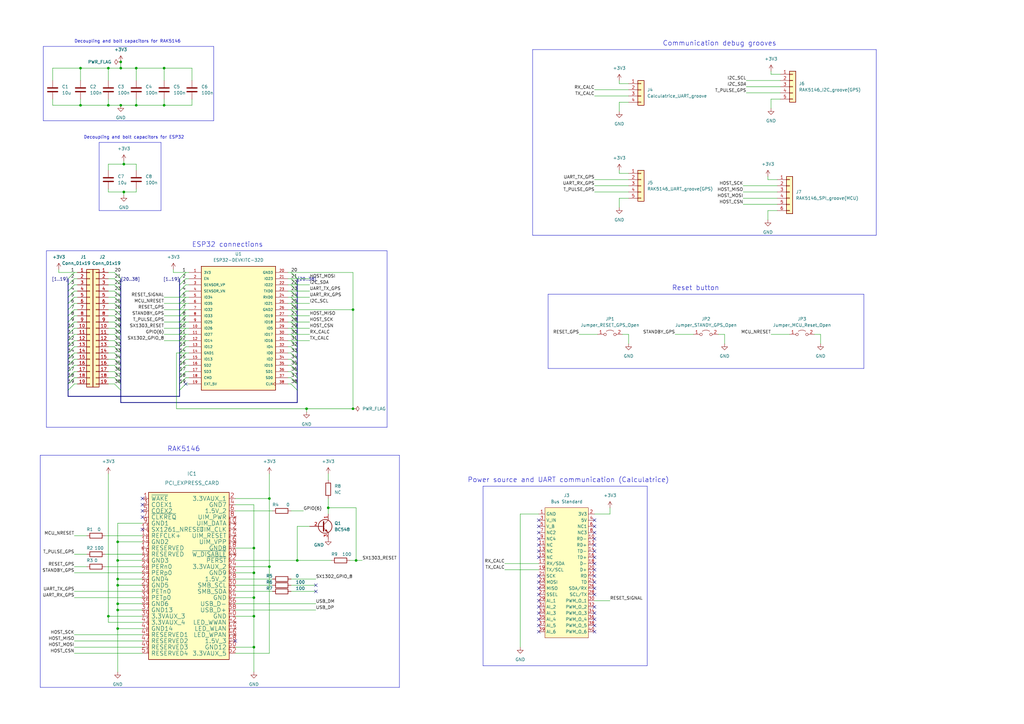
<source format=kicad_sch>
(kicad_sch (version 20230121) (generator eeschema)
  (paper "A3")
  (junction (at 125.73 167.64))
  (junction (at 50.8 78.74))
  (junction (at 146.05 229.87))
  (junction (at 121.92 229.87))
  (junction (at 49.53 43.18))
  (junction (at 48.26 257.81))
  (junction (at 33.02 43.18))
  (junction (at 104.14 265.43))
  (junction (at 104.14 245.11))
  (junction (at 134.62 208.28))
  (junction (at 104.14 224.79))
  (junction (at 33.02 27.94))
  (junction (at 44.45 252.73))
  (junction (at 44.45 27.94))
  (junction (at 49.53 25.4))
  (junction (at 110.49 232.41))
  (junction (at 48.26 247.65))
  (junction (at 67.31 43.18))
  (junction (at 48.26 229.87))
  (junction (at 48.26 240.03))
  (junction (at 104.14 234.95))
  (junction (at 104.14 252.73))
  (junction (at 110.49 204.47))
  (junction (at 48.26 237.49))
  (junction (at 48.26 250.19))
  (junction (at 50.8 67.31))
  (junction (at 144.78 167.64))
  (junction (at 55.88 43.18))
  (junction (at 55.88 27.94))
  (junction (at 48.26 222.25))
  (junction (at 67.31 27.94))
  (junction (at 49.53 27.94))
  (junction (at 44.45 43.18))
  (junction (at 144.78 127))
  (no_connect (at 129.54 242.57))
  (no_connect (at 243.84 223.52))
  (no_connect (at 243.84 226.06))
  (no_connect (at 243.84 231.14))
  (no_connect (at 243.84 228.6))
  (no_connect (at 243.84 238.76))
  (no_connect (at 243.84 215.9))
  (no_connect (at 243.84 218.44))
  (no_connect (at 243.84 213.36))
  (no_connect (at 243.84 220.98))
  (no_connect (at 243.84 236.22))
  (no_connect (at 243.84 243.84))
  (no_connect (at 243.84 233.68))
  (no_connect (at 243.84 259.08))
  (no_connect (at 243.84 256.54))
  (no_connect (at 243.84 248.92))
  (no_connect (at 243.84 251.46))
  (no_connect (at 243.84 254))
  (no_connect (at 220.98 259.08))
  (no_connect (at 220.98 254))
  (no_connect (at 220.98 256.54))
  (no_connect (at 243.84 241.3))
  (no_connect (at 58.42 212.09))
  (no_connect (at 58.42 204.47))
  (no_connect (at 58.42 207.01))
  (no_connect (at 58.42 209.55))
  (no_connect (at 58.42 217.17))
  (no_connect (at 220.98 226.06))
  (no_connect (at 220.98 228.6))
  (no_connect (at 220.98 213.36))
  (no_connect (at 220.98 215.9))
  (no_connect (at 220.98 220.98))
  (no_connect (at 220.98 218.44))
  (no_connect (at 220.98 223.52))
  (no_connect (at 220.98 251.46))
  (no_connect (at 220.98 248.92))
  (no_connect (at 220.98 243.84))
  (no_connect (at 220.98 238.76))
  (no_connect (at 220.98 241.3))
  (no_connect (at 220.98 236.22))
  (no_connect (at 220.98 246.38))
  (no_connect (at 96.52 262.89))
  (no_connect (at 76.2 157.48))
  (no_connect (at 129.54 240.03))
  (bus_entry (at 121.92 154.94) (size -2.54 -2.54))
  (bus_entry (at 73.66 147.32) (size 2.54 -2.54))
  (bus_entry (at 73.66 144.78) (size 2.54 -2.54))
  (bus_entry (at 27.94 149.86) (size 2.54 -2.54))
  (bus_entry (at 73.66 160.02) (size 2.54 -2.54))
  (bus_entry (at 121.92 149.86) (size -2.54 -2.54))
  (bus_entry (at 73.66 137.16) (size 2.54 -2.54))
  (bus_entry (at 121.92 124.46) (size -2.54 -2.54))
  (bus_entry (at 121.92 121.92) (size -2.54 -2.54))
  (bus_entry (at 27.94 137.16) (size 2.54 -2.54))
  (bus_entry (at 27.94 139.7) (size 2.54 -2.54))
  (bus_entry (at 49.53 129.54) (size -2.54 -2.54))
  (bus_entry (at 27.94 127) (size 2.54 -2.54))
  (bus_entry (at 49.53 119.38) (size -2.54 -2.54))
  (bus_entry (at 121.92 142.24) (size -2.54 -2.54))
  (bus_entry (at 121.92 147.32) (size -2.54 -2.54))
  (bus_entry (at 121.92 139.7) (size -2.54 -2.54))
  (bus_entry (at 49.53 149.86) (size -2.54 -2.54))
  (bus_entry (at 73.66 134.62) (size 2.54 -2.54))
  (bus_entry (at 27.94 114.3) (size 2.54 -2.54))
  (bus_entry (at 27.94 119.38) (size 2.54 -2.54))
  (bus_entry (at 27.94 116.84) (size 2.54 -2.54))
  (bus_entry (at 49.53 114.3) (size -2.54 -2.54))
  (bus_entry (at 121.92 127) (size -2.54 -2.54))
  (bus_entry (at 121.92 129.54) (size -2.54 -2.54))
  (bus_entry (at 73.66 132.08) (size 2.54 -2.54))
  (bus_entry (at 27.94 121.92) (size 2.54 -2.54))
  (bus_entry (at 49.53 127) (size -2.54 -2.54))
  (bus_entry (at 27.94 160.02) (size 2.54 -2.54))
  (bus_entry (at 49.53 152.4) (size -2.54 -2.54))
  (bus_entry (at 121.92 116.84) (size -2.54 -2.54))
  (bus_entry (at 27.94 142.24) (size 2.54 -2.54))
  (bus_entry (at 73.66 154.94) (size 2.54 -2.54))
  (bus_entry (at 27.94 152.4) (size 2.54 -2.54))
  (bus_entry (at 49.53 139.7) (size -2.54 -2.54))
  (bus_entry (at 121.92 119.38) (size -2.54 -2.54))
  (bus_entry (at 49.53 137.16) (size -2.54 -2.54))
  (bus_entry (at 49.53 160.02) (size -2.54 -2.54))
  (bus_entry (at 27.94 124.46) (size 2.54 -2.54))
  (bus_entry (at 49.53 147.32) (size -2.54 -2.54))
  (bus_entry (at 73.66 129.54) (size 2.54 -2.54))
  (bus_entry (at 121.92 134.62) (size -2.54 -2.54))
  (bus_entry (at 73.66 116.84) (size 2.54 -2.54))
  (bus_entry (at 73.66 142.24) (size 2.54 -2.54))
  (bus_entry (at 49.53 132.08) (size -2.54 -2.54))
  (bus_entry (at 27.94 154.94) (size 2.54 -2.54))
  (bus_entry (at 73.66 152.4) (size 2.54 -2.54))
  (bus_entry (at 121.92 157.48) (size -2.54 -2.54))
  (bus_entry (at 121.92 137.16) (size -2.54 -2.54))
  (bus_entry (at 27.94 129.54) (size 2.54 -2.54))
  (bus_entry (at 73.66 139.7) (size 2.54 -2.54))
  (bus_entry (at 121.92 132.08) (size -2.54 -2.54))
  (bus_entry (at 27.94 147.32) (size 2.54 -2.54))
  (bus_entry (at 27.94 132.08) (size 2.54 -2.54))
  (bus_entry (at 49.53 121.92) (size -2.54 -2.54))
  (bus_entry (at 49.53 142.24) (size -2.54 -2.54))
  (bus_entry (at 73.66 121.92) (size 2.54 -2.54))
  (bus_entry (at 73.66 114.3) (size 2.54 -2.54))
  (bus_entry (at 121.92 144.78) (size -2.54 -2.54))
  (bus_entry (at 73.66 119.38) (size 2.54 -2.54))
  (bus_entry (at 73.66 157.48) (size 2.54 -2.54))
  (bus_entry (at 121.92 152.4) (size -2.54 -2.54))
  (bus_entry (at 27.94 134.62) (size 2.54 -2.54))
  (bus_entry (at 27.94 144.78) (size 2.54 -2.54))
  (bus_entry (at 27.94 157.48) (size 2.54 -2.54))
  (bus_entry (at 49.53 134.62) (size -2.54 -2.54))
  (bus_entry (at 49.53 116.84) (size -2.54 -2.54))
  (bus_entry (at 121.92 114.3) (size -2.54 -2.54))
  (bus_entry (at 49.53 144.78) (size -2.54 -2.54))
  (bus_entry (at 49.53 124.46) (size -2.54 -2.54))
  (bus_entry (at 49.53 157.48) (size -2.54 -2.54))
  (bus_entry (at 121.92 160.02) (size -2.54 -2.54))
  (bus_entry (at 73.66 127) (size 2.54 -2.54))
  (bus_entry (at 73.66 124.46) (size 2.54 -2.54))
  (bus_entry (at 49.53 154.94) (size -2.54 -2.54))
  (bus_entry (at 73.66 149.86) (size 2.54 -2.54))
  (bus (pts (xy 121.92 144.78) (xy 121.92 147.32)))
  (wire (pts (xy 67.31 124.46) (xy 73.66 124.46)))
  (polyline (pts (xy 224.79 120.65) (xy 354.33 120.65)))
  (wire (pts (xy 110.49 194.31) (xy 110.49 204.47)))
  (wire (pts (xy 118.11 134.62) (xy 119.38 134.62)))
  (wire (pts (xy 118.11 152.4) (xy 119.38 152.4)))
  (wire (pts (xy 118.11 127) (xy 119.38 127)))
  (wire (pts (xy 143.51 229.87) (xy 146.05 229.87)))
  (wire (pts (xy 119.38 116.84) (xy 121.92 116.84)))
  (wire (pts (xy 304.8 76.2) (xy 318.77 76.2)))
  (wire (pts (xy 76.2 134.62) (xy 77.47 134.62)))
  (wire (pts (xy 30.48 154.94) (xy 31.75 154.94)))
  (wire (pts (xy 96.52 242.57) (xy 111.76 242.57)))
  (bus (pts (xy 121.92 137.16) (xy 121.92 139.7)))
  (wire (pts (xy 118.11 129.54) (xy 119.38 129.54)))
  (wire (pts (xy 73.66 137.16) (xy 76.2 137.16)))
  (wire (pts (xy 96.52 247.65) (xy 129.54 247.65)))
  (wire (pts (xy 44.45 114.3) (xy 46.99 114.3)))
  (wire (pts (xy 30.48 262.89) (xy 58.42 262.89)))
  (wire (pts (xy 118.11 139.7) (xy 119.38 139.7)))
  (polyline (pts (xy 19.05 102.87) (xy 19.05 175.26)))
  (wire (pts (xy 146.05 229.87) (xy 148.59 229.87)))
  (wire (pts (xy 76.2 124.46) (xy 77.47 124.46)))
  (wire (pts (xy 297.18 137.16) (xy 294.64 137.16)))
  (wire (pts (xy 30.48 265.43) (xy 58.42 265.43)))
  (wire (pts (xy 96.52 229.87) (xy 121.92 229.87)))
  (bus (pts (xy 27.94 116.84) (xy 27.94 119.38)))
  (wire (pts (xy 48.26 247.65) (xy 58.42 247.65)))
  (wire (pts (xy 121.92 137.16) (xy 127 137.16)))
  (wire (pts (xy 243.84 73.66) (xy 257.81 73.66)))
  (wire (pts (xy 49.53 27.94) (xy 55.88 27.94)))
  (wire (pts (xy 44.45 67.31) (xy 50.8 67.31)))
  (wire (pts (xy 220.98 210.82) (xy 213.36 210.82)))
  (bus (pts (xy 73.66 124.46) (xy 73.66 127)))
  (wire (pts (xy 110.49 204.47) (xy 110.49 232.41)))
  (wire (pts (xy 118.11 121.92) (xy 119.38 121.92)))
  (wire (pts (xy 76.2 139.7) (xy 77.47 139.7)))
  (wire (pts (xy 30.48 234.95) (xy 58.42 234.95)))
  (bus (pts (xy 121.92 152.4) (xy 121.92 154.94)))
  (wire (pts (xy 55.88 43.18) (xy 67.31 43.18)))
  (wire (pts (xy 121.92 215.9) (xy 121.92 229.87)))
  (wire (pts (xy 119.38 240.03) (xy 129.54 240.03)))
  (wire (pts (xy 71.12 111.76) (xy 76.2 111.76)))
  (wire (pts (xy 71.12 110.49) (xy 71.12 111.76)))
  (wire (pts (xy 48.26 247.65) (xy 48.26 240.03)))
  (wire (pts (xy 44.45 132.08) (xy 46.99 132.08)))
  (wire (pts (xy 119.38 237.49) (xy 129.54 237.49)))
  (wire (pts (xy 104.14 245.11) (xy 96.52 245.11)))
  (wire (pts (xy 118.11 144.78) (xy 119.38 144.78)))
  (wire (pts (xy 257.81 71.12) (xy 254 71.12)))
  (wire (pts (xy 316.23 40.64) (xy 316.23 44.45)))
  (wire (pts (xy 76.2 147.32) (xy 77.47 147.32)))
  (wire (pts (xy 76.2 144.78) (xy 73.66 144.78)))
  (polyline (pts (xy 359.41 96.52) (xy 218.44 96.52)))
  (wire (pts (xy 67.31 137.16) (xy 73.66 137.16)))
  (wire (pts (xy 76.2 142.24) (xy 77.47 142.24)))
  (wire (pts (xy 119.38 242.57) (xy 129.54 242.57)))
  (polyline (pts (xy 19.05 102.87) (xy 158.75 102.87)))
  (wire (pts (xy 44.45 111.76) (xy 46.99 111.76)))
  (wire (pts (xy 30.48 227.33) (xy 35.56 227.33)))
  (bus (pts (xy 27.94 154.94) (xy 27.94 157.48)))
  (wire (pts (xy 104.14 224.79) (xy 104.14 207.01)))
  (wire (pts (xy 110.49 204.47) (xy 96.52 204.47)))
  (wire (pts (xy 73.66 127) (xy 76.2 127)))
  (wire (pts (xy 118.11 142.24) (xy 119.38 142.24)))
  (wire (pts (xy 50.8 67.31) (xy 55.88 67.31)))
  (polyline (pts (xy 16.51 186.69) (xy 163.83 186.69)))
  (wire (pts (xy 254 41.91) (xy 254 45.72)))
  (bus (pts (xy 121.92 116.84) (xy 121.92 119.38)))
  (wire (pts (xy 73.66 124.46) (xy 76.2 124.46)))
  (wire (pts (xy 110.49 232.41) (xy 96.52 232.41)))
  (wire (pts (xy 119.38 124.46) (xy 121.92 124.46)))
  (wire (pts (xy 44.45 127) (xy 46.99 127)))
  (bus (pts (xy 49.53 154.94) (xy 49.53 157.48)))
  (wire (pts (xy 76.2 149.86) (xy 77.47 149.86)))
  (bus (pts (xy 73.66 160.02) (xy 73.66 162.56)))
  (wire (pts (xy 55.88 27.94) (xy 55.88 33.02)))
  (polyline (pts (xy 66.04 58.42) (xy 66.04 86.36)))
  (bus (pts (xy 27.94 127) (xy 27.94 129.54)))
  (wire (pts (xy 144.78 167.64) (xy 125.73 167.64)))
  (wire (pts (xy 121.92 129.54) (xy 127 129.54)))
  (wire (pts (xy 44.45 137.16) (xy 46.99 137.16)))
  (wire (pts (xy 48.26 237.49) (xy 58.42 237.49)))
  (wire (pts (xy 44.45 194.31) (xy 44.45 252.73)))
  (bus (pts (xy 121.92 157.48) (xy 121.92 160.02)))
  (wire (pts (xy 44.45 154.94) (xy 46.99 154.94)))
  (wire (pts (xy 44.45 116.84) (xy 46.99 116.84)))
  (wire (pts (xy 73.66 132.08) (xy 76.2 132.08)))
  (bus (pts (xy 49.53 134.62) (xy 49.53 137.16)))
  (wire (pts (xy 30.48 260.35) (xy 58.42 260.35)))
  (wire (pts (xy 134.62 194.31) (xy 134.62 196.85)))
  (wire (pts (xy 73.66 129.54) (xy 76.2 129.54)))
  (wire (pts (xy 119.38 119.38) (xy 121.92 119.38)))
  (polyline (pts (xy 198.12 199.39) (xy 265.43 199.39)))
  (wire (pts (xy 44.45 144.78) (xy 46.99 144.78)))
  (polyline (pts (xy 354.33 120.65) (xy 354.33 151.13)))
  (bus (pts (xy 73.66 137.16) (xy 73.66 139.7)))
  (bus (pts (xy 121.92 165.1) (xy 49.53 165.1)))
  (bus (pts (xy 73.66 157.48) (xy 73.66 160.02)))
  (wire (pts (xy 44.45 121.92) (xy 46.99 121.92)))
  (wire (pts (xy 121.92 116.84) (xy 127 116.84)))
  (bus (pts (xy 27.94 124.46) (xy 27.94 127)))
  (wire (pts (xy 30.48 242.57) (xy 58.42 242.57)))
  (bus (pts (xy 49.53 142.24) (xy 49.53 144.78)))
  (bus (pts (xy 73.66 154.94) (xy 73.66 157.48)))
  (wire (pts (xy 320.04 40.64) (xy 316.23 40.64)))
  (wire (pts (xy 320.04 30.48) (xy 316.23 30.48)))
  (wire (pts (xy 48.26 214.63) (xy 58.42 214.63)))
  (wire (pts (xy 306.07 33.02) (xy 320.04 33.02)))
  (wire (pts (xy 21.59 43.18) (xy 33.02 43.18)))
  (bus (pts (xy 49.53 114.3) (xy 49.53 116.84)))
  (wire (pts (xy 76.2 114.3) (xy 77.47 114.3)))
  (bus (pts (xy 27.94 144.78) (xy 27.94 147.32)))
  (wire (pts (xy 67.31 129.54) (xy 73.66 129.54)))
  (bus (pts (xy 27.94 160.02) (xy 27.94 162.56)))
  (wire (pts (xy 119.38 127) (xy 121.92 127)))
  (polyline (pts (xy 17.78 19.05) (xy 17.78 49.53)))
  (wire (pts (xy 30.48 147.32) (xy 31.75 147.32)))
  (wire (pts (xy 30.48 114.3) (xy 31.75 114.3)))
  (wire (pts (xy 30.48 232.41) (xy 35.56 232.41)))
  (polyline (pts (xy 359.41 20.32) (xy 359.41 96.52)))
  (wire (pts (xy 121.92 139.7) (xy 127 139.7)))
  (wire (pts (xy 96.52 237.49) (xy 111.76 237.49)))
  (bus (pts (xy 49.53 116.84) (xy 49.53 119.38)))
  (bus (pts (xy 121.92 147.32) (xy 121.92 149.86)))
  (wire (pts (xy 119.38 209.55) (xy 124.46 209.55)))
  (wire (pts (xy 121.92 134.62) (xy 127 134.62)))
  (wire (pts (xy 76.2 137.16) (xy 77.47 137.16)))
  (wire (pts (xy 78.74 43.18) (xy 78.74 40.64)))
  (wire (pts (xy 44.45 147.32) (xy 46.99 147.32)))
  (bus (pts (xy 121.92 124.46) (xy 121.92 127)))
  (polyline (pts (xy 87.63 49.53) (xy 17.78 49.53)))
  (wire (pts (xy 48.26 222.25) (xy 48.26 214.63)))
  (wire (pts (xy 44.45 27.94) (xy 44.45 33.02)))
  (wire (pts (xy 121.92 127) (xy 144.78 127)))
  (wire (pts (xy 207.01 231.14) (xy 220.98 231.14)))
  (bus (pts (xy 73.66 127) (xy 73.66 129.54)))
  (bus (pts (xy 121.92 129.54) (xy 121.92 132.08)))
  (wire (pts (xy 30.48 245.11) (xy 58.42 245.11)))
  (wire (pts (xy 118.11 114.3) (xy 119.38 114.3)))
  (wire (pts (xy 49.53 27.94) (xy 44.45 27.94)))
  (polyline (pts (xy 40.64 58.42) (xy 40.64 86.36)))
  (wire (pts (xy 76.2 152.4) (xy 77.47 152.4)))
  (wire (pts (xy 118.11 147.32) (xy 119.38 147.32)))
  (wire (pts (xy 33.02 43.18) (xy 44.45 43.18)))
  (wire (pts (xy 257.81 137.16) (xy 255.27 137.16)))
  (bus (pts (xy 121.92 160.02) (xy 121.92 165.1)))
  (wire (pts (xy 119.38 134.62) (xy 121.92 134.62)))
  (bus (pts (xy 121.92 121.92) (xy 121.92 124.46)))
  (wire (pts (xy 118.11 116.84) (xy 119.38 116.84)))
  (wire (pts (xy 125.73 167.64) (xy 72.39 167.64)))
  (wire (pts (xy 76.2 111.76) (xy 77.47 111.76)))
  (wire (pts (xy 76.2 157.48) (xy 77.47 157.48)))
  (wire (pts (xy 33.02 27.94) (xy 33.02 33.02)))
  (polyline (pts (xy 40.64 58.42) (xy 66.04 58.42)))
  (wire (pts (xy 121.92 121.92) (xy 127 121.92)))
  (bus (pts (xy 27.94 119.38) (xy 27.94 121.92)))
  (wire (pts (xy 55.88 27.94) (xy 67.31 27.94)))
  (wire (pts (xy 49.53 43.18) (xy 55.88 43.18)))
  (wire (pts (xy 55.88 40.64) (xy 55.88 43.18)))
  (bus (pts (xy 49.53 147.32) (xy 49.53 149.86)))
  (wire (pts (xy 118.11 149.86) (xy 119.38 149.86)))
  (bus (pts (xy 73.66 116.84) (xy 73.66 119.38)))
  (wire (pts (xy 134.62 208.28) (xy 146.05 208.28)))
  (wire (pts (xy 118.11 157.48) (xy 119.38 157.48)))
  (wire (pts (xy 306.07 35.56) (xy 320.04 35.56)))
  (wire (pts (xy 254 81.28) (xy 254 85.09)))
  (wire (pts (xy 207.01 233.68) (xy 220.98 233.68)))
  (wire (pts (xy 119.38 121.92) (xy 121.92 121.92)))
  (bus (pts (xy 73.66 121.92) (xy 73.66 124.46)))
  (bus (pts (xy 27.94 149.86) (xy 27.94 152.4)))
  (bus (pts (xy 73.66 147.32) (xy 73.66 149.86)))
  (wire (pts (xy 118.11 119.38) (xy 119.38 119.38)))
  (polyline (pts (xy 218.44 20.32) (xy 359.41 20.32)))
  (wire (pts (xy 119.38 139.7) (xy 121.92 139.7)))
  (wire (pts (xy 44.45 157.48) (xy 46.99 157.48)))
  (wire (pts (xy 44.45 69.85) (xy 44.45 67.31)))
  (wire (pts (xy 121.92 114.3) (xy 127 114.3)))
  (wire (pts (xy 254 71.12) (xy 254 69.85)))
  (polyline (pts (xy 265.43 199.39) (xy 265.43 273.05)))
  (wire (pts (xy 30.48 219.71) (xy 35.56 219.71)))
  (wire (pts (xy 119.38 137.16) (xy 121.92 137.16)))
  (wire (pts (xy 76.2 132.08) (xy 77.47 132.08)))
  (wire (pts (xy 119.38 132.08) (xy 121.92 132.08)))
  (wire (pts (xy 44.45 124.46) (xy 46.99 124.46)))
  (wire (pts (xy 104.14 245.11) (xy 104.14 234.95)))
  (bus (pts (xy 27.94 137.16) (xy 27.94 139.7)))
  (wire (pts (xy 134.62 208.28) (xy 134.62 210.82)))
  (wire (pts (xy 43.18 232.41) (xy 58.42 232.41)))
  (wire (pts (xy 67.31 134.62) (xy 73.66 134.62)))
  (wire (pts (xy 76.2 116.84) (xy 77.47 116.84)))
  (polyline (pts (xy 66.04 86.36) (xy 40.64 86.36)))
  (wire (pts (xy 44.45 139.7) (xy 46.99 139.7)))
  (bus (pts (xy 27.94 139.7) (xy 27.94 142.24)))
  (wire (pts (xy 73.66 144.78) (xy 72.39 144.78)))
  (wire (pts (xy 44.45 119.38) (xy 46.99 119.38)))
  (polyline (pts (xy 265.43 273.05) (xy 198.12 273.05)))
  (wire (pts (xy 50.8 78.74) (xy 50.8 80.01)))
  (bus (pts (xy 27.94 157.48) (xy 27.94 160.02)))
  (wire (pts (xy 96.52 250.19) (xy 129.54 250.19)))
  (wire (pts (xy 306.07 38.1) (xy 320.04 38.1)))
  (wire (pts (xy 121.92 229.87) (xy 135.89 229.87)))
  (bus (pts (xy 27.94 129.54) (xy 27.94 132.08)))
  (wire (pts (xy 44.45 149.86) (xy 46.99 149.86)))
  (wire (pts (xy 73.66 134.62) (xy 76.2 134.62)))
  (wire (pts (xy 243.84 39.37) (xy 257.81 39.37)))
  (wire (pts (xy 30.48 157.48) (xy 31.75 157.48)))
  (wire (pts (xy 30.48 111.76) (xy 31.75 111.76)))
  (wire (pts (xy 76.2 119.38) (xy 77.47 119.38)))
  (bus (pts (xy 121.92 142.24) (xy 121.92 144.78)))
  (wire (pts (xy 118.11 111.76) (xy 119.38 111.76)))
  (polyline (pts (xy 16.51 186.69) (xy 16.51 281.94)))
  (wire (pts (xy 48.26 240.03) (xy 48.26 237.49)))
  (wire (pts (xy 78.74 27.94) (xy 78.74 33.02)))
  (wire (pts (xy 44.45 129.54) (xy 46.99 129.54)))
  (wire (pts (xy 48.26 250.19) (xy 58.42 250.19)))
  (wire (pts (xy 318.77 86.36) (xy 314.96 86.36)))
  (wire (pts (xy 243.84 246.38) (xy 250.19 246.38)))
  (polyline (pts (xy 163.83 186.69) (xy 163.83 281.94)))
  (wire (pts (xy 118.11 137.16) (xy 119.38 137.16)))
  (wire (pts (xy 30.48 144.78) (xy 31.75 144.78)))
  (wire (pts (xy 44.45 252.73) (xy 58.42 252.73)))
  (bus (pts (xy 49.53 144.78) (xy 49.53 147.32)))
  (wire (pts (xy 257.81 34.29) (xy 254 34.29)))
  (wire (pts (xy 257.81 41.91) (xy 254 41.91)))
  (wire (pts (xy 44.45 40.64) (xy 44.45 43.18)))
  (bus (pts (xy 27.94 132.08) (xy 27.94 134.62)))
  (wire (pts (xy 49.53 25.4) (xy 49.53 27.94)))
  (polyline (pts (xy 354.33 151.13) (xy 224.79 151.13)))
  (wire (pts (xy 30.48 139.7) (xy 31.75 139.7)))
  (wire (pts (xy 76.2 127) (xy 77.47 127)))
  (wire (pts (xy 48.26 229.87) (xy 58.42 229.87)))
  (bus (pts (xy 121.92 119.38) (xy 121.92 121.92)))
  (polyline (pts (xy 158.75 102.87) (xy 158.75 175.26)))
  (wire (pts (xy 118.11 124.46) (xy 119.38 124.46)))
  (wire (pts (xy 30.48 137.16) (xy 31.75 137.16)))
  (wire (pts (xy 48.26 275.59) (xy 48.26 257.81)))
  (bus (pts (xy 27.94 134.62) (xy 27.94 137.16)))
  (wire (pts (xy 73.66 139.7) (xy 76.2 139.7)))
  (wire (pts (xy 304.8 83.82) (xy 318.77 83.82)))
  (polyline (pts (xy 17.78 19.05) (xy 87.63 19.05)))
  (bus (pts (xy 121.92 149.86) (xy 121.92 152.4)))
  (wire (pts (xy 30.48 142.24) (xy 31.75 142.24)))
  (wire (pts (xy 30.48 124.46) (xy 31.75 124.46)))
  (wire (pts (xy 144.78 127) (xy 144.78 167.64)))
  (wire (pts (xy 119.38 111.76) (xy 144.78 111.76)))
  (wire (pts (xy 44.45 78.74) (xy 50.8 78.74)))
  (wire (pts (xy 250.19 210.82) (xy 243.84 210.82)))
  (bus (pts (xy 73.66 129.54) (xy 73.66 132.08)))
  (wire (pts (xy 125.73 167.64) (xy 125.73 168.91)))
  (bus (pts (xy 49.53 132.08) (xy 49.53 134.62)))
  (wire (pts (xy 55.88 67.31) (xy 55.88 69.85)))
  (wire (pts (xy 67.31 40.64) (xy 67.31 43.18)))
  (wire (pts (xy 243.84 76.2) (xy 257.81 76.2)))
  (wire (pts (xy 67.31 127) (xy 73.66 127)))
  (wire (pts (xy 118.11 154.94) (xy 119.38 154.94)))
  (polyline (pts (xy 163.83 281.94) (xy 16.51 281.94)))
  (wire (pts (xy 58.42 255.27) (xy 44.45 255.27)))
  (wire (pts (xy 110.49 267.97) (xy 96.52 267.97)))
  (wire (pts (xy 134.62 204.47) (xy 134.62 208.28)))
  (wire (pts (xy 119.38 129.54) (xy 121.92 129.54)))
  (wire (pts (xy 48.26 257.81) (xy 48.26 250.19)))
  (wire (pts (xy 55.88 78.74) (xy 55.88 77.47)))
  (wire (pts (xy 104.14 224.79) (xy 96.52 224.79)))
  (bus (pts (xy 73.66 139.7) (xy 73.66 142.24)))
  (wire (pts (xy 44.45 27.94) (xy 33.02 27.94)))
  (bus (pts (xy 49.53 139.7) (xy 49.53 142.24)))
  (bus (pts (xy 49.53 121.92) (xy 49.53 124.46)))
  (wire (pts (xy 316.23 137.16) (xy 323.85 137.16)))
  (wire (pts (xy 43.18 219.71) (xy 58.42 219.71)))
  (wire (pts (xy 48.26 257.81) (xy 58.42 257.81)))
  (bus (pts (xy 73.66 144.78) (xy 73.66 147.32)))
  (wire (pts (xy 121.92 119.38) (xy 127 119.38)))
  (wire (pts (xy 44.45 43.18) (xy 49.53 43.18)))
  (wire (pts (xy 44.45 134.62) (xy 46.99 134.62)))
  (bus (pts (xy 49.53 119.38) (xy 49.53 121.92)))
  (wire (pts (xy 33.02 40.64) (xy 33.02 43.18)))
  (wire (pts (xy 48.26 222.25) (xy 58.42 222.25)))
  (wire (pts (xy 243.84 78.74) (xy 257.81 78.74)))
  (wire (pts (xy 104.14 265.43) (xy 96.52 265.43)))
  (wire (pts (xy 257.81 81.28) (xy 254 81.28)))
  (wire (pts (xy 118.11 132.08) (xy 119.38 132.08)))
  (wire (pts (xy 336.55 140.97) (xy 336.55 137.16)))
  (wire (pts (xy 30.48 152.4) (xy 31.75 152.4)))
  (wire (pts (xy 297.18 140.97) (xy 297.18 137.16)))
  (wire (pts (xy 21.59 40.64) (xy 21.59 43.18)))
  (bus (pts (xy 121.92 134.62) (xy 121.92 137.16)))
  (wire (pts (xy 96.52 240.03) (xy 111.76 240.03)))
  (polyline (pts (xy 224.79 120.65) (xy 224.79 151.13)))
  (wire (pts (xy 254 34.29) (xy 254 33.02)))
  (bus (pts (xy 73.66 119.38) (xy 73.66 121.92)))
  (polyline (pts (xy 198.12 199.39) (xy 198.12 273.05)))
  (bus (pts (xy 73.66 132.08) (xy 73.66 134.62)))
  (wire (pts (xy 213.36 210.82) (xy 213.36 265.43)))
  (wire (pts (xy 314.96 73.66) (xy 314.96 72.39)))
  (wire (pts (xy 104.14 207.01) (xy 96.52 207.01)))
  (bus (pts (xy 49.53 127) (xy 49.53 129.54)))
  (bus (pts (xy 49.53 129.54) (xy 49.53 132.08)))
  (wire (pts (xy 30.48 149.86) (xy 31.75 149.86)))
  (bus (pts (xy 49.53 152.4) (xy 49.53 154.94)))
  (wire (pts (xy 67.31 43.18) (xy 78.74 43.18)))
  (wire (pts (xy 44.45 77.47) (xy 44.45 78.74)))
  (bus (pts (xy 73.66 162.56) (xy 27.94 162.56)))
  (wire (pts (xy 24.13 111.76) (xy 30.48 111.76)))
  (wire (pts (xy 48.26 237.49) (xy 48.26 229.87)))
  (wire (pts (xy 237.49 137.16) (xy 245.11 137.16)))
  (wire (pts (xy 304.8 78.74) (xy 318.77 78.74)))
  (wire (pts (xy 48.26 229.87) (xy 48.26 222.25)))
  (wire (pts (xy 243.84 36.83) (xy 257.81 36.83)))
  (polyline (pts (xy 218.44 20.32) (xy 218.44 96.52)))
  (polyline (pts (xy 87.63 19.05) (xy 87.63 49.53)))
  (wire (pts (xy 257.81 140.97) (xy 257.81 137.16)))
  (bus (pts (xy 27.94 152.4) (xy 27.94 154.94)))
  (wire (pts (xy 50.8 78.74) (xy 55.88 78.74)))
  (wire (pts (xy 76.2 129.54) (xy 77.47 129.54)))
  (wire (pts (xy 72.39 144.78) (xy 72.39 167.64)))
  (wire (pts (xy 104.14 265.43) (xy 104.14 252.73)))
  (wire (pts (xy 30.48 121.92) (xy 31.75 121.92)))
  (wire (pts (xy 67.31 27.94) (xy 78.74 27.94)))
  (wire (pts (xy 24.13 110.49) (xy 24.13 111.76)))
  (bus (pts (xy 121.92 127) (xy 121.92 129.54)))
  (wire (pts (xy 127 215.9) (xy 121.92 215.9)))
  (wire (pts (xy 73.66 121.92) (xy 76.2 121.92)))
  (wire (pts (xy 276.86 137.16) (xy 284.48 137.16)))
  (wire (pts (xy 304.8 81.28) (xy 318.77 81.28)))
  (wire (pts (xy 144.78 111.76) (xy 144.78 127)))
  (wire (pts (xy 30.48 129.54) (xy 31.75 129.54)))
  (wire (pts (xy 119.38 114.3) (xy 121.92 114.3)))
  (wire (pts (xy 43.18 227.33) (xy 58.42 227.33)))
  (bus (pts (xy 49.53 149.86) (xy 49.53 152.4)))
  (bus (pts (xy 121.92 132.08) (xy 121.92 134.62)))
  (bus (pts (xy 73.66 142.24) (xy 73.66 144.78)))
  (wire (pts (xy 30.48 127) (xy 31.75 127)))
  (bus (pts (xy 49.53 157.48) (xy 49.53 160.02)))
  (wire (pts (xy 104.14 234.95) (xy 104.14 224.79)))
  (wire (pts (xy 121.92 132.08) (xy 127 132.08)))
  (wire (pts (xy 110.49 232.41) (xy 110.49 267.97)))
  (wire (pts (xy 76.2 144.78) (xy 77.47 144.78)))
  (wire (pts (xy 250.19 208.28) (xy 250.19 210.82)))
  (wire (pts (xy 76.2 121.92) (xy 77.47 121.92)))
  (wire (pts (xy 67.31 121.92) (xy 73.66 121.92)))
  (wire (pts (xy 67.31 132.08) (xy 73.66 132.08)))
  (wire (pts (xy 50.8 66.04) (xy 50.8 67.31)))
  (bus (pts (xy 121.92 139.7) (xy 121.92 142.24)))
  (wire (pts (xy 316.23 30.48) (xy 316.23 29.21)))
  (bus (pts (xy 73.66 114.3) (xy 73.66 116.84)))
  (wire (pts (xy 314.96 86.36) (xy 314.96 90.17)))
  (wire (pts (xy 96.52 209.55) (xy 111.76 209.55)))
  (wire (pts (xy 21.59 27.94) (xy 21.59 33.02)))
  (wire (pts (xy 33.02 27.94) (xy 21.59 27.94)))
  (wire (pts (xy 48.26 250.19) (xy 48.26 247.65)))
  (wire (pts (xy 30.48 116.84) (xy 31.75 116.84)))
  (bus (pts (xy 27.94 121.92) (xy 27.94 124.46)))
  (polyline (pts (xy 158.75 175.26) (xy 19.05 175.26)))
  (wire (pts (xy 48.26 240.03) (xy 58.42 240.03)))
  (wire (pts (xy 318.77 73.66) (xy 314.96 73.66)))
  (wire (pts (xy 121.92 124.46) (xy 127 124.46)))
  (wire (pts (xy 67.31 27.94) (xy 67.31 33.02)))
  (wire (pts (xy 76.2 154.94) (xy 77.47 154.94)))
  (wire (pts (xy 336.55 137.16) (xy 334.01 137.16)))
  (wire (pts (xy 44.45 142.24) (xy 46.99 142.24)))
  (wire (pts (xy 30.48 267.97) (xy 58.42 267.97)))
  (bus (pts (xy 27.94 142.24) (xy 27.94 144.78)))
  (bus (pts (xy 121.92 114.3) (xy 121.92 116.84)))
  (wire (pts (xy 104.14 275.59) (xy 104.14 265.43)))
  (wire (pts (xy 104.14 234.95) (xy 96.52 234.95)))
  (bus (pts (xy 27.94 114.3) (xy 27.94 116.84)))
  (wire (pts (xy 146.05 208.28) (xy 146.05 229.87)))
  (wire (pts (xy 104.14 252.73) (xy 104.14 245.11)))
  (wire (pts (xy 30.48 132.08) (xy 31.75 132.08)))
  (bus (pts (xy 49.53 160.02) (xy 49.53 165.1)))
  (bus (pts (xy 73.66 152.4) (xy 73.66 154.94)))
  (bus (pts (xy 73.66 149.86) (xy 73.66 152.4)))
  (wire (pts (xy 44.45 255.27) (xy 44.45 252.73)))
  (bus (pts (xy 73.66 134.62) (xy 73.66 137.16)))
  (wire (pts (xy 104.14 252.73) (xy 96.52 252.73)))
  (bus (pts (xy 49.53 124.46) (xy 49.53 127)))
  (wire (pts (xy 67.31 139.7) (xy 73.66 139.7)))
  (bus (pts (xy 121.92 154.94) (xy 121.92 157.48)))
  (bus (pts (xy 27.94 147.32) (xy 27.94 149.86)))
  (wire (pts (xy 30.48 134.62) (xy 31.75 134.62)))
  (bus (pts (xy 49.53 137.16) (xy 49.53 139.7)))
  (wire (pts (xy 30.48 119.38) (xy 31.75 119.38)))
  (wire (pts (xy 44.45 152.4) (xy 46.99 152.4)))
  (text "RAK5146\n" (at 68.58 185.42 0) (effects (font (size 2 2)) (justify left bottom)))
  (text "Decoupling and bolt capacitors for ESP32\n" (at 34.29 57.15 0) (effects (font (size 1.27 1.27)) (justify left bottom)))
  (text "ESP32 connections" (at 78.74 101.6 0) (effects (font (size 2 2)) (justify left bottom)))
  (text "Power source and UART communication (Calculatrice)" (at 191.77 198.12 0) (effects (font (size 2 2)) (justify left bottom)))
  (text "Communication debug grooves" (at 271.78 19.05 0) (effects (font (size 2 2)) (justify left bottom)))
  (text "Reset button\n" (at 275.59 119.38 0) (effects (font (size 2 2)) (justify left bottom)))
  (text "Decoupling and bolt capacitors for RAK5146" (at 30.48 17.78 0) (effects (font (size 1.27 1.27)) (justify left bottom)))
  (label "USB_DP" (at 129.54 250.19 0))
  (label "GPIO(6)" (at 124.46 209.55 0))
  (label "2" (at 76.2 114.3 180))
  (label "TX_CALC" (at 207.01 233.68 180))
  (label "14" (at 76.2 144.78 180))
  (label "15" (at 30.48 147.32 180))
  (label "23" (at 46.99 119.38 0))
  (label "RX_CALC" (at 127 137.16 0))
  (label "20" (at 46.99 111.76 0))
  (label "5" (at 76.2 121.92 180))
  (label "31" (at 119.38 139.7 0))
  (label "7" (at 76.2 127 180))
  (label "T_PULSE_GPS" (at 306.07 38.1 180))
  (label "32" (at 119.38 142.24 0))
  (label "UART_TX_GPS" (at 243.84 73.66 180))
  (label "[1..19]" (at 73.66 115.57 180))
  (label "RESET_GPS" (at 237.49 137.16 180))
  (label "10" (at 76.2 134.62 180))
  (label "GPIO(6)" (at 67.31 137.16 180))
  (label "T_PULSE_GPS" (at 243.84 78.74 180))
  (label "18" (at 76.2 154.94 180))
  (label "11" (at 76.2 137.16 180))
  (label "UART_TX_GPS" (at 30.48 242.57 180))
  (label "RESET_GPS" (at 67.31 127 180))
  (label "29" (at 119.38 134.62 0))
  (label "6" (at 30.48 124.46 180))
  (label "37" (at 119.38 154.94 0))
  (label "2" (at 30.48 114.3 180))
  (label "19" (at 30.48 157.48 180))
  (label "HOST_CSN" (at 127 134.62 0))
  (label "[1..19]" (at 27.94 115.5324 180))
  (label "17" (at 76.2 152.4 180))
  (label "3" (at 76.2 116.84 180))
  (label "SX1303_RESET" (at 148.59 229.87 0))
  (label "36" (at 119.38 152.4 0))
  (label "MCU_NRESET" (at 67.31 124.46 180))
  (label "TX_CALC" (at 127 139.7 0))
  (label "19" (at 76.2 157.48 180))
  (label "STANDBY_GPS" (at 30.48 234.95 180))
  (label "HOST_SCK" (at 304.8 76.2 180))
  (label "SX1303_RESET" (at 67.31 134.62 180))
  (label "25" (at 119.38 124.46 0))
  (label "35" (at 46.99 149.86 0))
  (label "21" (at 46.99 114.3 0))
  (label "HOST_MOSI" (at 304.8 81.28 180))
  (label "HOST_MISO" (at 304.8 78.74 180))
  (label "7" (at 30.48 127 180))
  (label "20" (at 119.38 111.76 0))
  (label "SX1302_GPIO_8" (at 67.31 139.7 180))
  (label "STANDBY_GPS" (at 276.86 137.16 180))
  (label "4" (at 76.2 119.38 180))
  (label "16" (at 76.2 149.86 180))
  (label "HOST_SCK" (at 30.48 260.35 180))
  (label "8" (at 76.2 129.54 180))
  (label "38" (at 46.99 157.48 0))
  (label "HOST_MOSI" (at 30.48 265.43 180))
  (label "I2C_SDA" (at 127 116.84 0) (effects (font italic)))
  (label "RESET_SIGNAL" (at 67.31 121.92 180))
  (label "35" (at 119.38 149.86 0))
  (label "I2C_SCL" (at 127 124.46 0))
  (label "MCU_NRESET" (at 30.48 219.71 180))
  (label "T_PULSE_GPS" (at 30.48 227.33 180))
  (label "33" (at 119.38 144.78 0))
  (label "I2C_SCL" (at 306.07 33.02 180))
  (label "HOST_MOSI" (at 127 114.3 0))
  (label "USB_DM" (at 129.54 247.65 0))
  (label "10" (at 30.48 134.62 180))
  (label "UART_RX_GPS" (at 127 121.92 0))
  (label "34" (at 119.38 147.32 0))
  (label "STANDBY_GPS" (at 67.31 129.54 180))
  (label "28" (at 46.99 132.08 0))
  (label "[20..38]" (at 49.53 115.57 0))
  (label "9" (at 76.2 132.08 180))
  (label "21" (at 119.38 114.3 0))
  (label "24" (at 46.99 121.92 0))
  (label "22" (at 119.38 116.84 0))
  (label "32" (at 46.99 142.24 0))
  (label "UART_RX_GPS" (at 243.84 76.2 180))
  (label "8" (at 30.48 129.54 180))
  (label "9" (at 30.48 132.08 180))
  (label "24" (at 119.38 121.92 0))
  (label "30" (at 46.99 137.16 0))
  (label "UART_RX_GPS" (at 30.48 245.11 180))
  (label "I2C_SDA" (at 306.07 35.56 180) (effects (font italic)))
  (label "26" (at 119.38 127 0))
  (label "6" (at 76.2 124.46 180))
  (label "MCU_NRESET" (at 316.23 137.16 180))
  (label "27" (at 46.99 129.54 0))
  (label "13" (at 30.48 142.24 180))
  (label "1" (at 30.48 111.76 180))
  (label "HOST_CSN" (at 304.8 83.82 180))
  (label "[20..38]" (at 121.92 115.5153 0))
  (label "23" (at 119.38 119.38 0))
  (label "38" (at 119.38 157.48 0))
  (label "3" (at 30.48 116.84 180))
  (label "T_PULSE_GPS" (at 67.31 132.08 180))
  (label "30" (at 119.38 137.16 0))
  (label "4" (at 30.48 119.38 180))
  (label "HOST_CSN" (at 30.48 267.97 180))
  (label "12" (at 76.2 139.7 180))
  (label "36" (at 46.99 152.4 0))
  (label "HOST_MISO" (at 30.48 262.89 180))
  (label "18" (at 30.48 154.94 180))
  (label "HOST_MISO" (at 127 129.54 0))
  (label "TX_CALC" (at 243.84 39.37 180))
  (label "27" (at 119.38 129.54 0))
  (label "13" (at 76.2 142.24 180))
  (label "22" (at 46.99 116.84 0))
  (label "16" (at 30.48 149.86 180))
  (label "5" (at 30.48 121.92 180))
  (label "29" (at 46.99 134.62 0))
  (label "15" (at 76.2 147.32 180))
  (label "17" (at 30.48 152.4 180))
  (label "12" (at 30.48 139.7 180))
  (label "UART_TX_GPS" (at 127 119.38 0))
  (label "28" (at 119.38 132.08 0))
  (label "RESET_SIGNAL" (at 250.19 246.38 0))
  (label "1" (at 76.2 111.76 180))
  (label "RX_CALC" (at 243.84 36.83 180))
  (label "37" (at 46.99 154.94 0))
  (label "14" (at 30.48 144.78 180))
  (label "34" (at 46.99 147.32 0))
  (label "11" (at 30.48 137.16 180))
  (label "26" (at 46.99 127 0))
  (label "RESET_GPS" (at 30.48 232.41 180))
  (label "RX_CALC" (at 207.01 231.14 180))
  (label "31" (at 46.99 139.7 0))
  (label "25" (at 46.99 124.46 0))
  (label "HOST_SCK" (at 127 132.08 0))
  (label "SX1302_GPIO_8" (at 129.54 237.49 0))
  (label "33" (at 46.99 144.78 0))
  (symbol (lib_id "power:+3.3V") (at 110.49 194.31 0) (unit 1)
    (property "Reference" "#PWR0101" (effects hide))
    (property "Value" "+3.3V" (at 110.49 189.23 0))
  )
  (symbol (lib_id "power:GND") (at 134.62 220.98 0) (unit 1)
    (property "Reference" "#PWR0104" (effects hide))
    (property "Value" "GND" (at 130.81 223.52 0))
  )
  (symbol (lib_id "Jumper:Jumper_2_Open") (at 328.93 137.16 0) (unit 1)
    (property "Reference" "JP3" (at 328.93 130.81 0))
    (property "Value" "Jumper_MCU_Reset_Open" (at 328.93 133.35 0))
    (property "Footprint" "Button_Switch_SMD:SW_Push_1P1T_NO_CK_KMR2" (effects hide))
  )
  (symbol (lib_id "Device:C") (at 67.31 36.83 0) (unit 1)
    (property "Reference" "C5" (at 71.12 35.5599 0) (effects (justify left)))
    (property "Value" "100n" (at 71.12 38.0999 0) (effects (justify left)))
    (property "Footprint" "Capacitor_SMD:C_0402_1005Metric" (effects hide))
  )
  (symbol (lib_id "Device:C") (at 55.88 73.66 0) (unit 1)
    (property "Reference" "C8" (at 59.69 72.3899 0) (effects (justify left)))
    (property "Value" "100n" (at 59.69 74.9299 0) (effects (justify left)))
    (property "Footprint" "Capacitor_SMD:C_0402_1005Metric" (effects hide))
  )
  (symbol (lib_id "Connector_Generic:Conn_01x04") (at 262.89 36.83 0) (unit 1)
    (property "Reference" "J4" (at 265.43 36.8299 0) (effects (justify left)))
    (property "Value" "Calculatrice_UART_groove" (at 265.43 39.3699 0) (effects (justify left)))
    (property "Footprint" "Connector_PinSocket_2.54mm:PinSocket_1x04_P2.54mm_Vertical" (effects hide))
  )
  (symbol (lib_id "Device:R") (at 39.37 219.71 90) (unit 1)
    (property "Reference" "R1" (at 36.83 217.17 90))
    (property "Value" "0" (at 40.64 217.17 90))
    (property "Footprint" "Resistor_SMD:R_0402_1005Metric" (effects hide))
  )
  (symbol (lib_id "Connector_Generic:Conn_01x05") (at 262.89 76.2 0) (unit 1)
    (property "Reference" "J5" (at 265.43 74.9299 0) (effects (justify left)))
    (property "Value" "RAK5146_UART_groove(GPS)" (at 265.43 77.4699 0) (effects (justify left)))
    (property "Footprint" "Connector_PinSocket_2.54mm:PinSocket_1x05_P2.54mm_Vertical" (effects hide))
  )
  (symbol (lib_id "power:GND") (at 104.14 275.59 0) (unit 1)
    (property "Reference" "#PWR0102" (effects hide))
    (property "Value" "GND" (at 104.14 280.67 0))
  )
  (symbol (lib_id "ESP32:ESP32-DEVKITC-32D") (at 97.79 134.62 0) (unit 1)
    (property "Reference" "U1" (at 97.79 104.14 0))
    (property "Value" "ESP32-DEVKITC-32D" (at 97.79 106.68 0))
    (property "Footprint" "ESP32-DEVKITC-32D:MODULE_ESP32-DEVKITC-32D" (effects hide))
    (property "PARTREV" "4" (effects hide))
    (property "MANUFACTURER" "Espressif Systems" (effects hide))
  )
  (symbol (lib_id "power:+3.3V") (at 254 69.85 0) (unit 1)
    (property "Reference" "#PWR0114" (effects hide))
    (property "Value" "+3.3V" (at 254 64.77 0))
  )
  (symbol (lib_id "power:GND") (at 297.18 140.97 0) (unit 1)
    (property "Reference" "#PWR0122" (effects hide))
    (property "Value" "GND" (at 297.18 146.05 0))
  )
  (symbol (lib_id "power:+3.3V") (at 254 33.02 0) (unit 1)
    (property "Reference" "#PWR0116" (effects hide))
    (property "Value" "+3.3V" (at 254 27.94 0))
  )
  (symbol (lib_id "Device:R") (at 134.62 200.66 0) (unit 1)
    (property "Reference" "R8" (at 137.16 199.3899 0) (effects (justify left)))
    (property "Value" "NC" (at 137.16 201.9299 0) (effects (justify left)))
    (property "Footprint" "Resistor_SMD:R_0402_1005Metric" (effects hide))
  )
  (symbol (lib_id "power:GND") (at 50.8 80.01 0) (unit 1)
    (property "Reference" "#PWR0110" (effects hide))
    (property "Value" "GND" (at 50.8 85.09 0))
  )
  (symbol (lib_id "power:PWR_FLAG") (at 49.53 25.4 90) (unit 1)
    (property "Reference" "#FLG0101" (effects hide))
    (property "Value" "PWR_FLAG" (at 45.72 25.3999 90) (effects (justify left)))
  )
  (symbol (lib_id "power:+3.3V") (at 50.8 66.04 0) (unit 1)
    (property "Reference" "#PWR0109" (effects hide))
    (property "Value" "+3.3V" (at 50.8 60.96 0))
  )
  (symbol (lib_id "Device:C") (at 33.02 36.83 0) (unit 1)
    (property "Reference" "C2" (at 36.83 35.5599 0) (effects (justify left)))
    (property "Value" "100n" (at 36.83 38.0999 0) (effects (justify left)))
    (property "Footprint" "Capacitor_SMD:C_0402_1005Metric" (effects hide))
  )
  (symbol (lib_id "power:+3.3V") (at 134.62 194.31 0) (unit 1)
    (property "Reference" "#PWR0106" (effects hide))
    (property "Value" "+3.3V" (at 134.62 189.23 0))
  )
  (symbol (lib_id "Device:R") (at 115.57 237.49 90) (unit 1)
    (property "Reference" "R5" (at 110.49 236.22 90))
    (property "Value" "0" (at 121.92 236.22 90))
    (property "Footprint" "Resistor_SMD:R_0402_1005Metric" (effects hide))
  )
  (symbol (lib_id "Connector_Generic:Conn_01x19") (at 39.37 134.62 0) (mirror y) (unit 1)
    (property "Reference" "J2" (at 43.18 105.41 0) (effects (justify left)))
    (property "Value" "Conn_01x19" (at 49.53 107.95 0) (effects (justify left)))
    (property "Footprint" "Connector_PinSocket_2.54mm:PinSocket_1x19_P2.54mm_Vertical" (effects hide))
  )
  (symbol (lib_id "Corecell_Intercon_Board:Flatsat_conn") (at 223.52 210.82 0) (unit 1)
    (property "Reference" "J3" (at 232.41 203.2 0))
    (property "Value" "Bus Standard" (at 232.41 205.74 0))
    (property "Footprint" "Connector_PinHeader_2.54mm:PinHeader_2x20_P2.54mm_Vertical" (effects hide))
  )
  (symbol (lib_id "Device:R") (at 115.57 242.57 90) (unit 1)
    (property "Reference" "R7" (at 110.49 241.3 90))
    (property "Value" "100" (at 123.19 241.3 90))
    (property "Footprint" "Resistor_SMD:R_0402_1005Metric" (effects hide))
  )
  (symbol (lib_id "power:GND") (at 48.26 275.59 0) (unit 1)
    (property "Reference" "#PWR0103" (effects hide))
    (property "Value" "GND" (at 48.26 280.67 0))
  )
  (symbol (lib_id "Jumper:Jumper_2_Open") (at 289.56 137.16 0) (unit 1)
    (property "Reference" "JP2" (at 289.56 130.81 0))
    (property "Value" "Jumper_STANDY_GPS_Open" (at 289.56 133.35 0))
    (property "Footprint" "Button_Switch_SMD:SW_Push_1P1T_NO_CK_KMR2" (effects hide))
  )
  (symbol (lib_id "power:GND") (at 336.55 140.97 0) (unit 1)
    (property "Reference" "#PWR0123" (effects hide))
    (property "Value" "GND" (at 336.55 146.05 0))
  )
  (symbol (lib_id "power:GND") (at 49.53 43.18 0) (unit 1)
    (property "Reference" "#PWR0108" (effects hide))
    (property "Value" "GND" (at 49.53 48.26 0))
  )
  (symbol (lib_id "Device:R") (at 115.57 240.03 90) (unit 1)
    (property "Reference" "R6" (at 110.49 238.76 90))
    (property "Value" "100" (at 123.19 238.76 90))
    (property "Footprint" "Resistor_SMD:R_0402_1005Metric" (effects hide))
  )
  (symbol (lib_id "power:+3.3V") (at 71.12 110.49 0) (unit 1)
    (property "Reference" "#PWR0112" (effects hide))
    (property "Value" "+3.3V" (at 71.12 105.41 0))
  )
  (symbol (lib_id "power:GND") (at 254 85.09 0) (unit 1)
    (property "Reference" "#PWR0115" (effects hide))
    (property "Value" "GND" (at 254 90.17 0))
  )
  (symbol (lib_id "Device:C") (at 44.45 36.83 0) (unit 1)
    (property "Reference" "C3" (at 48.26 35.5599 0) (effects (justify left)))
    (property "Value" "100n" (at 48.26 38.0999 0) (effects (justify left)))
    (property "Footprint" "Capacitor_SMD:C_0402_1005Metric" (effects hide))
  )
  (symbol (lib_id "power:+3.3V") (at 316.23 29.21 0) (unit 1)
    (property "Reference" "#PWR0118" (effects hide))
    (property "Value" "+3.3V" (at 316.23 24.13 0))
  )
  (symbol (lib_id "power:+3.3V") (at 24.13 110.49 0) (unit 1)
    (property "Reference" "#PWR0111" (effects hide))
    (property "Value" "+3.3V" (at 24.13 105.41 0))
  )
  (symbol (lib_id "power:GND") (at 257.81 140.97 0) (unit 1)
    (property "Reference" "#PWR0124" (effects hide))
    (property "Value" "GND" (at 257.81 146.05 0))
  )
  (symbol (lib_id "power:+3.3V") (at 314.96 72.39 0) (unit 1)
    (property "Reference" "#PWR0119" (effects hide))
    (property "Value" "+3.3V" (at 314.96 67.31 0))
  )
  (symbol (lib_id "Connector_Generic:Conn_01x19") (at 36.83 134.62 0) (unit 1)
    (property "Reference" "J1" (at 33.02 105.41 0) (effects (justify left)))
    (property "Value" "Conn_01x19" (at 25.4 107.95 0) (effects (justify left)))
    (property "Footprint" "Connector_PinSocket_2.54mm:PinSocket_1x19_P2.54mm_Vertical" (effects hide))
  )
  (symbol (lib_id "Device:C") (at 55.88 36.83 0) (unit 1)
    (property "Reference" "C4" (at 59.69 35.5599 0) (effects (justify left)))
    (property "Value" "100n" (at 59.69 38.0999 0) (effects (justify left)))
    (property "Footprint" "Capacitor_SMD:C_0402_1005Metric" (effects hide))
  )
  (symbol (lib_id "power:GND") (at 125.73 168.91 0) (unit 1)
    (property "Reference" "#PWR0113" (effects hide))
    (property "Value" "GND" (at 125.73 173.99 0))
  )
  (symbol (lib_id "power:+3.3V") (at 49.53 25.4 0) (unit 1)
    (property "Reference" "#PWR0107" (effects hide))
    (property "Value" "+3.3V" (at 49.53 20.32 0))
  )
  (symbol (lib_id "power:GND") (at 254 45.72 0) (unit 1)
    (property "Reference" "#PWR0117" (effects hide))
    (property "Value" "GND" (at 254 50.8 0))
  )
  (symbol (lib_id "Jumper:Jumper_2_Open") (at 250.19 137.16 0) (unit 1)
    (property "Reference" "JP1" (at 250.19 130.81 0))
    (property "Value" "Jumper_RESET_GPS_Open" (at 250.19 133.35 0))
    (property "Footprint" "Button_Switch_SMD:SW_Push_1P1T_NO_CK_KMR2" (effects hide))
  )
  (symbol (lib_id "Device:R") (at 39.37 232.41 90) (unit 1)
    (property "Reference" "R3" (at 36.83 229.87 90))
    (property "Value" "0" (at 39.37 229.87 90))
    (property "Footprint" "Resistor_SMD:R_0402_1005Metric" (effects hide))
  )
  (symbol (lib_id "Device:R") (at 39.37 227.33 90) (unit 1)
    (property "Reference" "R2" (at 36.83 224.79 90))
    (property "Value" "100" (at 40.64 224.79 90))
    (property "Footprint" "Resistor_SMD:R_0402_1005Metric" (effects hide))
  )
  (symbol (lib_id "Connector_Generic:Conn_01x05") (at 325.12 35.56 0) (unit 1)
    (property "Reference" "J6" (at 327.66 34.2899 0) (effects (justify left)))
    (property "Value" "RAK5146_I2C_groove(GPS)" (at 327.66 36.8299 0) (effects (justify left)))
    (property "Footprint" "Connector_PinSocket_2.54mm:PinSocket_1x05_P2.54mm_Vertical" (effects hide))
  )
  (symbol (lib_id "Device:R") (at 139.7 229.87 90) (unit 1)
    (property "Reference" "R9" (at 137.16 227.33 90))
    (property "Value" "100" (at 142.24 227.33 90))
    (property "Footprint" "Resistor_SMD:R_0402_1005Metric" (effects hide))
  )
  (symbol (lib_id "Transistor_BJT:BC548") (at 132.08 215.9 0) (unit 1)
    (property "Reference" "Q1" (at 137.16 214.6299 0) (effects (justify left)))
    (property "Value" "BC548" (at 137.16 217.1699 0) (effects (justify left)))
    (property "Footprint" "Package_TO_SOT_THT:TO-92_Inline" (effects hide))
    (property "Datasheet" "http://www.fairchildsemi.com/ds/BC/BC547.pdf" (effects hide))
  )
  (symbol (lib_id "power:GND") (at 314.96 90.17 0) (unit 1)
    (property "Reference" "#PWR0121" (effects hide))
    (property "Value" "GND" (at 314.96 95.25 0))
  )
  (symbol (lib_id "power:GND") (at 316.23 44.45 0) (unit 1)
    (property "Reference" "#PWR0120" (effects hide))
    (property "Value" "GND" (at 316.23 49.53 0))
  )
  (symbol (lib_id "Device:R") (at 115.57 209.55 90) (unit 1)
    (property "Reference" "R4" (at 113.03 207.01 90))
    (property "Value" "0" (at 118.11 207.01 90))
    (property "Footprint" "Resistor_SMD:R_0402_1005Metric" (effects hide))
  )
  (symbol (lib_id "Device:C") (at 78.74 36.83 0) (unit 1)
    (property "Reference" "C6" (at 82.55 35.5599 0) (effects (justify left)))
    (property "Value" "100n" (at 82.55 38.0999 0) (effects (justify left)))
    (property "Footprint" "Capacitor_SMD:C_0402_1005Metric" (effects hide))
  )
  (symbol (lib_id "power:+3.3V") (at 250.19 208.28 0) (unit 1)
    (property "Reference" "#PWR02" (effects hide))
    (property "Value" "+3.3V" (at 250.19 203.2 0))
  )
  (symbol (lib_id "power:GND") (at 213.36 265.43 0) (unit 1)
    (property "Reference" "#PWR01" (effects hide))
    (property "Value" "GND" (at 213.36 270.51 0))
  )
  (symbol (lib_id "power:+3.3V") (at 44.45 194.31 0) (unit 1)
    (property "Reference" "#PWR0105" (effects hide))
    (property "Value" "+3.3V" (at 44.45 189.23 0))
  )
  (symbol (lib_id "Device:C") (at 21.59 36.83 0) (unit 1)
    (property "Reference" "C1" (at 25.4 35.5599 0) (effects (justify left)))
    (property "Value" "10u" (at 25.4 38.0999 0) (effects (justify left)))
    (property "Footprint" "Capacitor_SMD:C_0603_1608Metric" (effects hide))
  )
  (symbol (lib_id "power:PWR_FLAG") (at 144.78 167.64 270) (unit 1)
    (property "Reference" "#FLG0102" (effects hide))
    (property "Value" "PWR_FLAG" (at 148.59 167.6399 90) (effects (justify left)))
  )
  (symbol (lib_id "SX_Loracell:PCI_EXPRESS_CARD") (at 60.96 201.93 0) (unit 1)
    (property "Reference" "IC1" (at 78.74 194.31 0) (effects (font (size 1.524 1.524))))
    (property "Value" "PCI_EXPRESS_CARD" (at 78.74 198.12 0) (effects (font (size 1.524 1.524))))
    (property "Footprint" "Connector_PCBEdge:BUS_PCI_Express_Mini" (effects hide))
  )
  (symbol (lib_id "Connector_Generic:Conn_01x06") (at 323.85 78.74 0) (unit 1)
    (property "Reference" "J7" (at 326.39 78.7399 0) (effects (justify left)))
    (property "Value" "RAK5146_SPI_groove(MCU)" (at 326.39 81.2799 0) (effects (justify left)))
    (property "Footprint" "Connector_PinSocket_2.54mm:PinSocket_1x06_P2.54mm_Vertical" (effects hide))
  )
  (symbol (lib_id "Device:C") (at 44.45 73.66 0) (unit 1)
    (property "Reference" "C7" (at 48.26 72.3899 0) (effects (justify left)))
    (property "Value" "10u" (at 48.26 74.9299 0) (effects (justify left)))
    (property "Footprint" "Capacitor_SMD:C_0603_1608Metric" (effects hide))
  )
)
</source>
